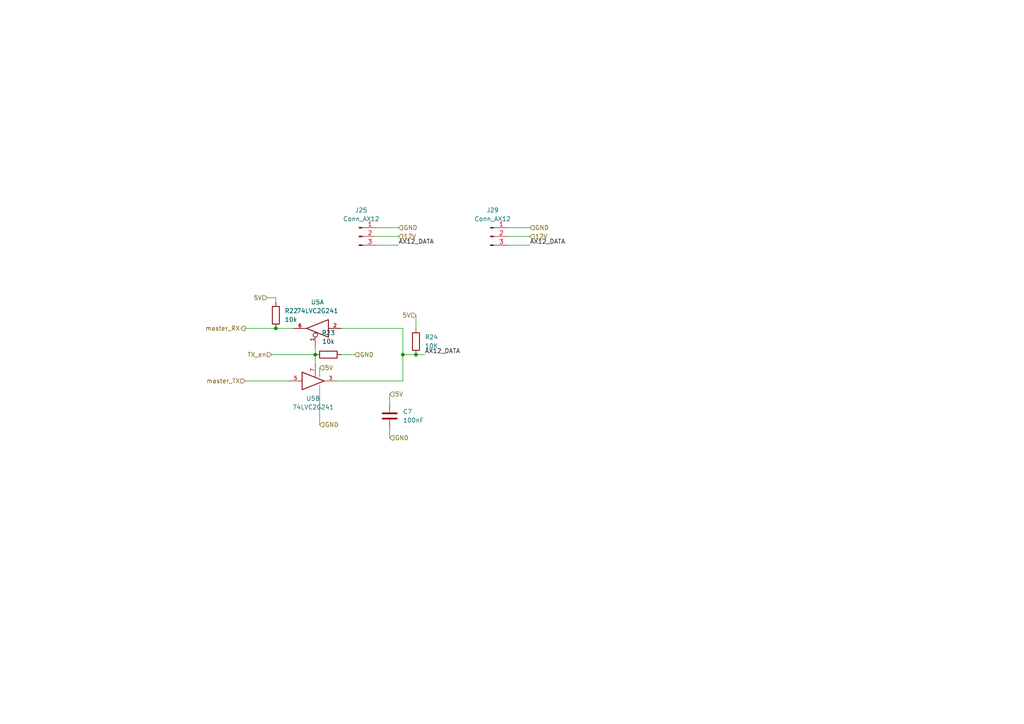
<source format=kicad_sch>
(kicad_sch (version 20211123) (generator eeschema)
  (paper "A4")
  (lib_symbols
    (symbol "74xGxx:74LVC2G241" (pin_names (offset 1.016))
      (property "Reference" "U" (at -2.54 3.81 0))
      (property "Value" "74LVC2G241" (at 0 -3.81 0))
      (symbol "74LVC2G241_0_1"
        (polyline (pts (xy -3.81 2.54) (xy -3.81 -2.54) (xy 2.54 0) (xy -3.81 2.54)) (stroke (width 0.254)))
        (pin power_in line (at 1.27 -1.27 270) (length 0) hide (name "GND") (number "4"))
        (pin power_in line (at 1.27 1.27 90) (length 0) hide (name "VCC") (number "8"))
      )
      (symbol "74LVC2G241_1_1"
        (pin input inverted (at 0 5.08 270) (length 3.81) (name "~") (number "1"))
        (pin input line (at -7.62 0 0) (length 3.81) (name "~") (number "2"))
        (pin tri_state line (at 6.35 0 180) (length 3.81) (name "~") (number "6"))
      )
      (symbol "74LVC2G241_2_1"
        (pin tri_state line (at 6.35 0 180) (length 3.81) (name "~") (number "3"))
        (pin input line (at -7.62 0 0) (length 3.81) (name "~") (number "5"))
        (pin input line (at 0 5.08 270) (length 3.81) (name "~") (number "7"))
      )
    )
    (symbol "Connector:Conn_01x03_Male" (pin_names (offset 1.016) hide)
      (property "Reference" "J" (at 0 5.08 0))
      (property "Value" "Conn_01x03_Male" (at 0 -5.08 0))
      (symbol "Conn_01x03_Male_1_1"
        (polyline (pts (xy 1.27 -2.54) (xy 0.8636 -2.54)) (stroke (width 0.1524)))
        (polyline (pts (xy 1.27 0) (xy 0.8636 0)) (stroke (width 0.1524)))
        (polyline (pts (xy 1.27 2.54) (xy 0.8636 2.54)) (stroke (width 0.1524)))
        (rectangle (start 0.8636 -2.413) (end 0 -2.667) (stroke (width 0.1524)) (fill (type outline)))
        (rectangle (start 0.8636 0.127) (end 0 -0.127) (stroke (width 0.1524)) (fill (type outline)))
        (rectangle (start 0.8636 2.667) (end 0 2.413) (stroke (width 0.1524)) (fill (type outline)))
        (pin passive line (at 5.08 2.54 180) (length 3.81) (name "Pin_1") (number "1"))
        (pin passive line (at 5.08 0 180) (length 3.81) (name "Pin_2") (number "2"))
        (pin passive line (at 5.08 -2.54 180) (length 3.81) (name "Pin_3") (number "3"))
      )
    )
    (symbol "Device:C" (pin_numbers hide) (pin_names (offset 0.254))
      (property "Reference" "C" (at 0.635 2.54 0))
      (property "Value" "C" (at 0.635 -2.54 0))
      (symbol "C_0_1"
        (polyline (pts (xy -2.032 -0.762) (xy 2.032 -0.762)) (stroke (width 0.508)))
        (polyline (pts (xy -2.032 0.762) (xy 2.032 0.762)) (stroke (width 0.508)))
      )
      (symbol "C_1_1"
        (pin passive line (at 0 3.81 270) (length 2.794) (name "~") (number "1"))
        (pin passive line (at 0 -3.81 90) (length 2.794) (name "~") (number "2"))
      )
    )
    (symbol "Device:R" (pin_numbers hide) (pin_names (offset 0))
      (property "Reference" "R" (at 2.032 0 90))
      (property "Value" "R" (at 0 0 90))
      (symbol "R_0_1"
        (rectangle (start -1.016 -2.54) (end 1.016 2.54) (stroke (width 0.254)))
      )
      (symbol "R_1_1"
        (pin passive line (at 0 3.81 270) (length 1.27) (name "~") (number "1"))
        (pin passive line (at 0 -3.81 90) (length 1.27) (name "~") (number "2"))
      )
    )
  )
  (junction (at 80.01 95.25))
  (junction (at 120.65 102.87))
  (junction (at 116.84 102.87))
  (junction (at 91.44 102.87))
  (wire (pts (xy 77.47 86.36) (xy 80.01 86.36)))
  (wire (pts (xy 120.65 91.44) (xy 120.65 95.25)))
  (wire (pts (xy 120.65 102.87) (xy 123.19 102.87)))
  (wire (pts (xy 115.57 66.04) (xy 109.22 66.04)))
  (wire (pts (xy 153.67 68.58) (xy 147.32 68.58)))
  (wire (pts (xy 116.84 102.87) (xy 120.65 102.87)))
  (wire (pts (xy 91.44 105.41) (xy 91.44 102.87)))
  (wire (pts (xy 80.01 95.25) (xy 85.09 95.25)))
  (wire (pts (xy 78.74 102.87) (xy 91.44 102.87)))
  (wire (pts (xy 80.01 86.36) (xy 80.01 87.63)))
  (wire (pts (xy 115.57 68.58) (xy 109.22 68.58)))
  (wire (pts (xy 71.12 110.49) (xy 83.82 110.49)))
  (wire (pts (xy 92.71 106.68) (xy 92.71 109.22)))
  (wire (pts (xy 113.03 114.3) (xy 113.03 116.84)))
  (wire (pts (xy 91.44 102.87) (xy 91.44 100.33)))
  (wire (pts (xy 71.12 95.25) (xy 80.01 95.25)))
  (wire (pts (xy 116.84 102.87) (xy 116.84 95.25)))
  (wire (pts (xy 92.71 123.19) (xy 92.71 111.76)))
  (wire (pts (xy 116.84 95.25) (xy 99.06 95.25)))
  (wire (pts (xy 113.03 127) (xy 113.03 124.46)))
  (wire (pts (xy 153.67 66.04) (xy 147.32 66.04)))
  (wire (pts (xy 153.67 71.12) (xy 147.32 71.12)))
  (wire (pts (xy 97.79 110.49) (xy 116.84 110.49)))
  (wire (pts (xy 115.57 71.12) (xy 109.22 71.12)))
  (wire (pts (xy 102.87 102.87) (xy 99.06 102.87)))
  (wire (pts (xy 116.84 110.49) (xy 116.84 102.87)))
  (label "AX12_DATA" (at 115.57 71.12 0))
  (label "AX12_DATA" (at 123.19 102.87 0))
  (label "AX12_DATA" (at 153.67 71.12 0))
  (hierarchical_label "5V" (shape input) (at 113.03 114.3 0))
  (hierarchical_label "5V" (shape input) (at 77.47 86.36 180))
  (hierarchical_label "12V" (shape input) (at 153.67 68.58 0))
  (hierarchical_label "5V" (shape input) (at 92.71 106.68 0))
  (hierarchical_label "5V" (shape input) (at 120.65 91.44 180))
  (hierarchical_label "12V" (shape input) (at 115.57 68.58 0))
  (hierarchical_label "GND" (shape input) (at 92.71 123.19 0))
  (hierarchical_label "master_RX" (shape output) (at 71.12 95.25 180))
  (hierarchical_label "GND" (shape input) (at 115.57 66.04 0))
  (hierarchical_label "GND" (shape input) (at 102.87 102.87 0))
  (hierarchical_label "GND" (shape input) (at 153.67 66.04 0))
  (hierarchical_label "TX_en" (shape input) (at 78.74 102.87 180))
  (hierarchical_label "GND" (shape input) (at 113.03 127 0))
  (hierarchical_label "master_TX" (shape input) (at 71.12 110.49 180))
  (symbol (lib_id "Device:C") (at 113.03 120.65 0) (unit 1)
    (property "Reference" "C7" (at 116.84 119.3799 0) (effects (justify left)))
    (property "Value" "100nF" (at 116.84 121.9199 0) (effects (justify left)))
    (property "Footprint" "Capacitor_SMD:C_0805_2012Metric" (effects hide))
  )
  (symbol (lib_id "Connector:Conn_01x03_Male") (at 104.14 68.58 0) (unit 1)
    (property "Reference" "J25" (at 104.775 60.96 0))
    (property "Value" "Conn_AX12" (at 104.775 63.5 0))
    (property "Footprint" "Connector_JST:JST_XH_B3B-XH-A_1x03_P2.50mm_Vertical" (effects hide))
  )
  (symbol (lib_id "Connector:Conn_01x03_Male") (at 142.24 68.58 0) (unit 1)
    (property "Reference" "J29" (at 142.875 60.96 0))
    (property "Value" "Conn_AX12" (at 142.875 63.5 0))
    (property "Footprint" "Connector_JST:JST_XH_B3B-XH-A_1x03_P2.50mm_Vertical" (effects hide))
  )
  (symbol (lib_id "Device:R") (at 80.01 91.44 0) (unit 1)
    (property "Reference" "R22" (at 82.55 90.1699 0) (effects (justify left)))
    (property "Value" "10k" (at 82.55 92.7099 0) (effects (justify left)))
    (property "Footprint" "Resistor_SMD:R_0603_1608Metric" (effects hide))
  )
  (symbol (lib_id "Device:R") (at 95.25 102.87 90) (unit 1)
    (property "Reference" "R23" (at 95.25 96.52 90))
    (property "Value" "10k" (at 95.25 99.06 90))
    (property "Footprint" "Resistor_SMD:R_0603_1608Metric" (effects hide))
  )
  (symbol (lib_id "74xGxx:74LVC2G241") (at 91.44 110.49 0) (unit 2)
    (property "Reference" "U5" (at 90.805 115.57 0))
    (property "Value" "74LVC2G241" (at 90.805 118.11 0))
    (property "Footprint" "Package_SO:VSSOP-8_2.4x2.1mm_P0.5mm" (effects hide))
    (property "Datasheet" "http://www.ti.com/lit/sg/scyt129e/scyt129e.pdf" (effects hide))
    (property "Mouser" "https://www.mouser.fr/ProductDetail/Texas-Instruments/SN74LVC2G241DCUR?qs=JS6RUWRH9DV7W1UO8b3P2w%3D%3D" (effects hide))
  )
  (symbol (lib_id "74xGxx:74LVC2G241") (at 91.44 95.25 180) (unit 1)
    (property "Reference" "U5" (at 92.075 87.63 0))
    (property "Value" "74LVC2G241" (at 92.075 90.17 0))
    (property "Footprint" "Package_SO:VSSOP-8_2.4x2.1mm_P0.5mm" (effects hide))
    (property "Datasheet" "http://www.ti.com/lit/sg/scyt129e/scyt129e.pdf" (effects hide))
  )
  (symbol (lib_id "Device:R") (at 120.65 99.06 0) (unit 1)
    (property "Reference" "R24" (at 123.19 97.7899 0) (effects (justify left)))
    (property "Value" "10K" (at 123.19 100.3299 0) (effects (justify left)))
    (property "Footprint" "Resistor_SMD:R_0603_1608Metric" (effects hide))
  )
)
</source>
